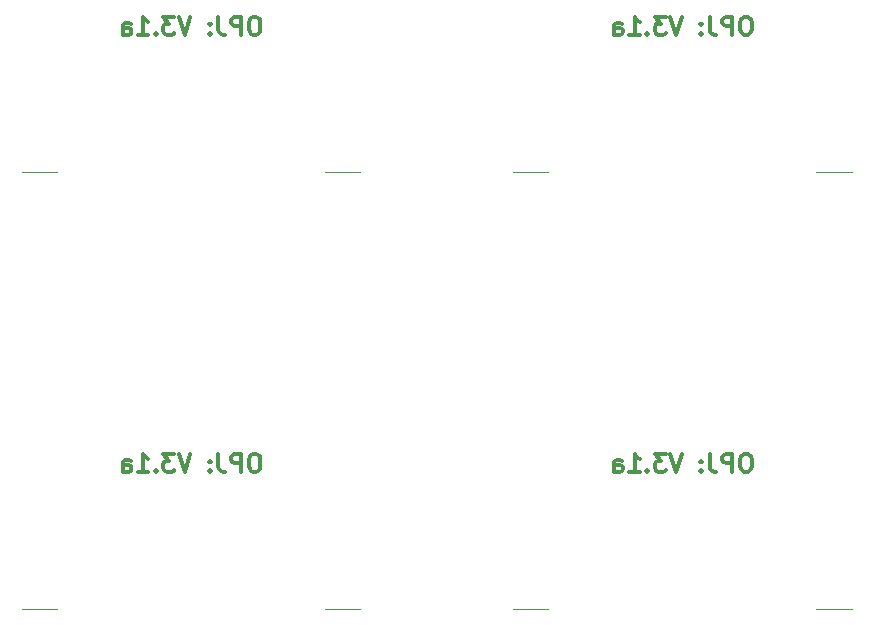
<source format=gbo>
%MOIN*%
%OFA0B0*%
%FSLAX46Y46*%
%IPPOS*%
%LPD*%
%ADD10C,0.011811023622047244*%
%ADD11C,0.0047244094488188976*%
%ADD22C,0.011811023622047244*%
%ADD23C,0.0047244094488188976*%
%ADD24C,0.011811023622047244*%
%ADD25C,0.0047244094488188976*%
%ADD26C,0.011811023622047244*%
%ADD27C,0.0047244094488188976*%
G01*
D10*
X0001000433Y0001010391D02*
X0000989184Y0001010391D01*
X0000983560Y0001007579D01*
X0000977936Y0001001955D01*
X0000975124Y0000990706D01*
X0000975124Y0000971021D01*
X0000977936Y0000959773D01*
X0000983560Y0000954148D01*
X0000989184Y0000951336D01*
X0001000433Y0000951336D01*
X0001006057Y0000954148D01*
X0001011681Y0000959773D01*
X0001014494Y0000971021D01*
X0001014494Y0000990706D01*
X0001011681Y0001001955D01*
X0001006057Y0001007579D01*
X0001000433Y0001010391D01*
X0000949814Y0000951336D02*
X0000949814Y0001010391D01*
X0000927317Y0001010391D01*
X0000921693Y0001007579D01*
X0000918881Y0001004767D01*
X0000916068Y0000999143D01*
X0000916068Y0000990706D01*
X0000918881Y0000985082D01*
X0000921693Y0000982270D01*
X0000927317Y0000979458D01*
X0000949814Y0000979458D01*
X0000873886Y0001010391D02*
X0000873886Y0000968209D01*
X0000876698Y0000959773D01*
X0000882323Y0000954148D01*
X0000890759Y0000951336D01*
X0000896383Y0000951336D01*
X0000845765Y0000956961D02*
X0000842953Y0000954148D01*
X0000845765Y0000951336D01*
X0000848577Y0000954148D01*
X0000845765Y0000956961D01*
X0000845765Y0000951336D01*
X0000845765Y0000987894D02*
X0000842953Y0000985082D01*
X0000845765Y0000982270D01*
X0000848577Y0000985082D01*
X0000845765Y0000987894D01*
X0000845765Y0000982270D01*
X0000781085Y0001010391D02*
X0000761400Y0000951336D01*
X0000741715Y0001010391D01*
X0000727654Y0001010391D02*
X0000691097Y0001010391D01*
X0000710782Y0000987894D01*
X0000702345Y0000987894D01*
X0000696721Y0000985082D01*
X0000693909Y0000982270D01*
X0000691097Y0000976646D01*
X0000691097Y0000962585D01*
X0000693909Y0000956961D01*
X0000696721Y0000954148D01*
X0000702345Y0000951336D01*
X0000719218Y0000951336D01*
X0000724842Y0000954148D01*
X0000727654Y0000956961D01*
X0000665787Y0000956961D02*
X0000662975Y0000954148D01*
X0000665787Y0000951336D01*
X0000668599Y0000954148D01*
X0000665787Y0000956961D01*
X0000665787Y0000951336D01*
X0000606732Y0000951336D02*
X0000640478Y0000951336D01*
X0000623605Y0000951336D02*
X0000623605Y0001010391D01*
X0000629229Y0001001955D01*
X0000634854Y0000996331D01*
X0000640478Y0000993519D01*
X0000556113Y0000951336D02*
X0000556113Y0000982270D01*
X0000558926Y0000987894D01*
X0000564550Y0000990706D01*
X0000575798Y0000990706D01*
X0000581423Y0000987894D01*
X0000556113Y0000954148D02*
X0000561738Y0000951336D01*
X0000575798Y0000951336D01*
X0000581423Y0000954148D01*
X0000584235Y0000959773D01*
X0000584235Y0000965397D01*
X0000581423Y0000971021D01*
X0000575798Y0000973834D01*
X0000561738Y0000973834D01*
X0000556113Y0000976646D01*
D11*
X0000335897Y0000492052D02*
X0000217897Y0000492052D01*
X0001228897Y0000492052D02*
X0001346897Y0000492052D01*
G04 next file*
G04 #@! TF.GenerationSoftware,KiCad,Pcbnew,(5.1.12)-1*
G04 #@! TF.CreationDate,2022-03-29T12:16:14+08:00*
G04 #@! TF.ProjectId,Nozzle,4e6f7a7a-6c65-42e6-9b69-6361645f7063,Gen3.1a*
G04 #@! TF.SameCoordinates,Original*
G04 #@! TF.FileFunction,Legend,Bot*
G04 #@! TF.FilePolarity,Positive*
G04 Gerber Fmt 4.6, Leading zero omitted, Abs format (unit mm)*
G04 Created by KiCad (PCBNEW (5.1.12)-1) date 2022-03-29 12:16:14*
G01*
G04 APERTURE LIST*
G04 APERTURE END LIST*
D22*
X0002638137Y0001010391D02*
X0002626889Y0001010391D01*
X0002621264Y0001007579D01*
X0002615640Y0001001955D01*
X0002612828Y0000990706D01*
X0002612828Y0000971021D01*
X0002615640Y0000959773D01*
X0002621264Y0000954148D01*
X0002626889Y0000951336D01*
X0002638137Y0000951336D01*
X0002643762Y0000954148D01*
X0002649386Y0000959773D01*
X0002652198Y0000971021D01*
X0002652198Y0000990706D01*
X0002649386Y0001001955D01*
X0002643762Y0001007579D01*
X0002638137Y0001010391D01*
X0002587519Y0000951336D02*
X0002587519Y0001010391D01*
X0002565022Y0001010391D01*
X0002559397Y0001007579D01*
X0002556585Y0001004767D01*
X0002553773Y0000999143D01*
X0002553773Y0000990706D01*
X0002556585Y0000985082D01*
X0002559397Y0000982270D01*
X0002565022Y0000979458D01*
X0002587519Y0000979458D01*
X0002511591Y0001010391D02*
X0002511591Y0000968209D01*
X0002514403Y0000959773D01*
X0002520027Y0000954148D01*
X0002528464Y0000951336D01*
X0002534088Y0000951336D01*
X0002483469Y0000956961D02*
X0002480657Y0000954148D01*
X0002483469Y0000951336D01*
X0002486281Y0000954148D01*
X0002483469Y0000956961D01*
X0002483469Y0000951336D01*
X0002483469Y0000987894D02*
X0002480657Y0000985082D01*
X0002483469Y0000982270D01*
X0002486281Y0000985082D01*
X0002483469Y0000987894D01*
X0002483469Y0000982270D01*
X0002418790Y0001010391D02*
X0002399105Y0000951336D01*
X0002379420Y0001010391D01*
X0002365359Y0001010391D02*
X0002328801Y0001010391D01*
X0002348486Y0000987894D01*
X0002340050Y0000987894D01*
X0002334425Y0000985082D01*
X0002331613Y0000982270D01*
X0002328801Y0000976646D01*
X0002328801Y0000962585D01*
X0002331613Y0000956961D01*
X0002334425Y0000954148D01*
X0002340050Y0000951336D01*
X0002356922Y0000951336D01*
X0002362547Y0000954148D01*
X0002365359Y0000956961D01*
X0002303492Y0000956961D02*
X0002300680Y0000954148D01*
X0002303492Y0000951336D01*
X0002306304Y0000954148D01*
X0002303492Y0000956961D01*
X0002303492Y0000951336D01*
X0002244437Y0000951336D02*
X0002278182Y0000951336D01*
X0002261309Y0000951336D02*
X0002261309Y0001010391D01*
X0002266934Y0001001955D01*
X0002272558Y0000996331D01*
X0002278182Y0000993519D01*
X0002193818Y0000951336D02*
X0002193818Y0000982270D01*
X0002196630Y0000987894D01*
X0002202254Y0000990706D01*
X0002213503Y0000990706D01*
X0002219127Y0000987894D01*
X0002193818Y0000954148D02*
X0002199442Y0000951336D01*
X0002213503Y0000951336D01*
X0002219127Y0000954148D01*
X0002221939Y0000959773D01*
X0002221939Y0000965397D01*
X0002219127Y0000971021D01*
X0002213503Y0000973834D01*
X0002199442Y0000973834D01*
X0002193818Y0000976646D01*
D23*
X0001973602Y0000492052D02*
X0001855602Y0000492052D01*
X0002866602Y0000492052D02*
X0002984602Y0000492052D01*
G04 next file*
G04 #@! TF.GenerationSoftware,KiCad,Pcbnew,(5.1.12)-1*
G04 #@! TF.CreationDate,2022-03-29T12:16:14+08:00*
G04 #@! TF.ProjectId,Nozzle,4e6f7a7a-6c65-42e6-9b69-6361645f7063,Gen3.1a*
G04 #@! TF.SameCoordinates,Original*
G04 #@! TF.FileFunction,Legend,Bot*
G04 #@! TF.FilePolarity,Positive*
G04 Gerber Fmt 4.6, Leading zero omitted, Abs format (unit mm)*
G04 Created by KiCad (PCBNEW (5.1.12)-1) date 2022-03-29 12:16:14*
G01*
G04 APERTURE LIST*
G04 APERTURE END LIST*
D24*
X0001000433Y0002467085D02*
X0000989184Y0002467085D01*
X0000983560Y0002464273D01*
X0000977936Y0002458649D01*
X0000975124Y0002447400D01*
X0000975124Y0002427715D01*
X0000977936Y0002416467D01*
X0000983560Y0002410842D01*
X0000989184Y0002408030D01*
X0001000433Y0002408030D01*
X0001006057Y0002410842D01*
X0001011681Y0002416467D01*
X0001014494Y0002427715D01*
X0001014494Y0002447400D01*
X0001011681Y0002458649D01*
X0001006057Y0002464273D01*
X0001000433Y0002467085D01*
X0000949814Y0002408030D02*
X0000949814Y0002467085D01*
X0000927317Y0002467085D01*
X0000921693Y0002464273D01*
X0000918881Y0002461461D01*
X0000916068Y0002455837D01*
X0000916068Y0002447400D01*
X0000918881Y0002441776D01*
X0000921693Y0002438964D01*
X0000927317Y0002436152D01*
X0000949814Y0002436152D01*
X0000873886Y0002467085D02*
X0000873886Y0002424903D01*
X0000876698Y0002416467D01*
X0000882323Y0002410842D01*
X0000890759Y0002408030D01*
X0000896383Y0002408030D01*
X0000845765Y0002413654D02*
X0000842953Y0002410842D01*
X0000845765Y0002408030D01*
X0000848577Y0002410842D01*
X0000845765Y0002413654D01*
X0000845765Y0002408030D01*
X0000845765Y0002444588D02*
X0000842953Y0002441776D01*
X0000845765Y0002438964D01*
X0000848577Y0002441776D01*
X0000845765Y0002444588D01*
X0000845765Y0002438964D01*
X0000781085Y0002467085D02*
X0000761400Y0002408030D01*
X0000741715Y0002467085D01*
X0000727654Y0002467085D02*
X0000691097Y0002467085D01*
X0000710782Y0002444588D01*
X0000702345Y0002444588D01*
X0000696721Y0002441776D01*
X0000693909Y0002438964D01*
X0000691097Y0002433339D01*
X0000691097Y0002419279D01*
X0000693909Y0002413654D01*
X0000696721Y0002410842D01*
X0000702345Y0002408030D01*
X0000719218Y0002408030D01*
X0000724842Y0002410842D01*
X0000727654Y0002413654D01*
X0000665787Y0002413654D02*
X0000662975Y0002410842D01*
X0000665787Y0002408030D01*
X0000668599Y0002410842D01*
X0000665787Y0002413654D01*
X0000665787Y0002408030D01*
X0000606732Y0002408030D02*
X0000640478Y0002408030D01*
X0000623605Y0002408030D02*
X0000623605Y0002467085D01*
X0000629229Y0002458649D01*
X0000634854Y0002453025D01*
X0000640478Y0002450212D01*
X0000556113Y0002408030D02*
X0000556113Y0002438964D01*
X0000558926Y0002444588D01*
X0000564550Y0002447400D01*
X0000575798Y0002447400D01*
X0000581423Y0002444588D01*
X0000556113Y0002410842D02*
X0000561738Y0002408030D01*
X0000575798Y0002408030D01*
X0000581423Y0002410842D01*
X0000584235Y0002416467D01*
X0000584235Y0002422091D01*
X0000581423Y0002427715D01*
X0000575798Y0002430527D01*
X0000561738Y0002430527D01*
X0000556113Y0002433339D01*
D25*
X0000335897Y0001948746D02*
X0000217897Y0001948746D01*
X0001228897Y0001948746D02*
X0001346897Y0001948746D01*
G04 next file*
G04 #@! TF.GenerationSoftware,KiCad,Pcbnew,(5.1.12)-1*
G04 #@! TF.CreationDate,2022-03-29T12:16:14+08:00*
G04 #@! TF.ProjectId,Nozzle,4e6f7a7a-6c65-42e6-9b69-6361645f7063,Gen3.1a*
G04 #@! TF.SameCoordinates,Original*
G04 #@! TF.FileFunction,Legend,Bot*
G04 #@! TF.FilePolarity,Positive*
G04 Gerber Fmt 4.6, Leading zero omitted, Abs format (unit mm)*
G04 Created by KiCad (PCBNEW (5.1.12)-1) date 2022-03-29 12:16:14*
G01*
G04 APERTURE LIST*
G04 APERTURE END LIST*
D26*
X0002638137Y0002467085D02*
X0002626889Y0002467085D01*
X0002621264Y0002464273D01*
X0002615640Y0002458649D01*
X0002612828Y0002447400D01*
X0002612828Y0002427715D01*
X0002615640Y0002416467D01*
X0002621264Y0002410842D01*
X0002626889Y0002408030D01*
X0002638137Y0002408030D01*
X0002643762Y0002410842D01*
X0002649386Y0002416467D01*
X0002652198Y0002427715D01*
X0002652198Y0002447400D01*
X0002649386Y0002458649D01*
X0002643762Y0002464273D01*
X0002638137Y0002467085D01*
X0002587519Y0002408030D02*
X0002587519Y0002467085D01*
X0002565022Y0002467085D01*
X0002559397Y0002464273D01*
X0002556585Y0002461461D01*
X0002553773Y0002455837D01*
X0002553773Y0002447400D01*
X0002556585Y0002441776D01*
X0002559397Y0002438964D01*
X0002565022Y0002436152D01*
X0002587519Y0002436152D01*
X0002511591Y0002467085D02*
X0002511591Y0002424903D01*
X0002514403Y0002416467D01*
X0002520027Y0002410842D01*
X0002528464Y0002408030D01*
X0002534088Y0002408030D01*
X0002483469Y0002413654D02*
X0002480657Y0002410842D01*
X0002483469Y0002408030D01*
X0002486281Y0002410842D01*
X0002483469Y0002413654D01*
X0002483469Y0002408030D01*
X0002483469Y0002444588D02*
X0002480657Y0002441776D01*
X0002483469Y0002438964D01*
X0002486281Y0002441776D01*
X0002483469Y0002444588D01*
X0002483469Y0002438964D01*
X0002418790Y0002467085D02*
X0002399105Y0002408030D01*
X0002379420Y0002467085D01*
X0002365359Y0002467085D02*
X0002328801Y0002467085D01*
X0002348486Y0002444588D01*
X0002340050Y0002444588D01*
X0002334425Y0002441776D01*
X0002331613Y0002438964D01*
X0002328801Y0002433339D01*
X0002328801Y0002419279D01*
X0002331613Y0002413654D01*
X0002334425Y0002410842D01*
X0002340050Y0002408030D01*
X0002356922Y0002408030D01*
X0002362547Y0002410842D01*
X0002365359Y0002413654D01*
X0002303492Y0002413654D02*
X0002300680Y0002410842D01*
X0002303492Y0002408030D01*
X0002306304Y0002410842D01*
X0002303492Y0002413654D01*
X0002303492Y0002408030D01*
X0002244437Y0002408030D02*
X0002278182Y0002408030D01*
X0002261309Y0002408030D02*
X0002261309Y0002467085D01*
X0002266934Y0002458649D01*
X0002272558Y0002453025D01*
X0002278182Y0002450212D01*
X0002193818Y0002408030D02*
X0002193818Y0002438964D01*
X0002196630Y0002444588D01*
X0002202254Y0002447400D01*
X0002213503Y0002447400D01*
X0002219127Y0002444588D01*
X0002193818Y0002410842D02*
X0002199442Y0002408030D01*
X0002213503Y0002408030D01*
X0002219127Y0002410842D01*
X0002221939Y0002416467D01*
X0002221939Y0002422091D01*
X0002219127Y0002427715D01*
X0002213503Y0002430527D01*
X0002199442Y0002430527D01*
X0002193818Y0002433339D01*
D27*
X0001973602Y0001948746D02*
X0001855602Y0001948746D01*
X0002866602Y0001948746D02*
X0002984602Y0001948746D01*
M02*
</source>
